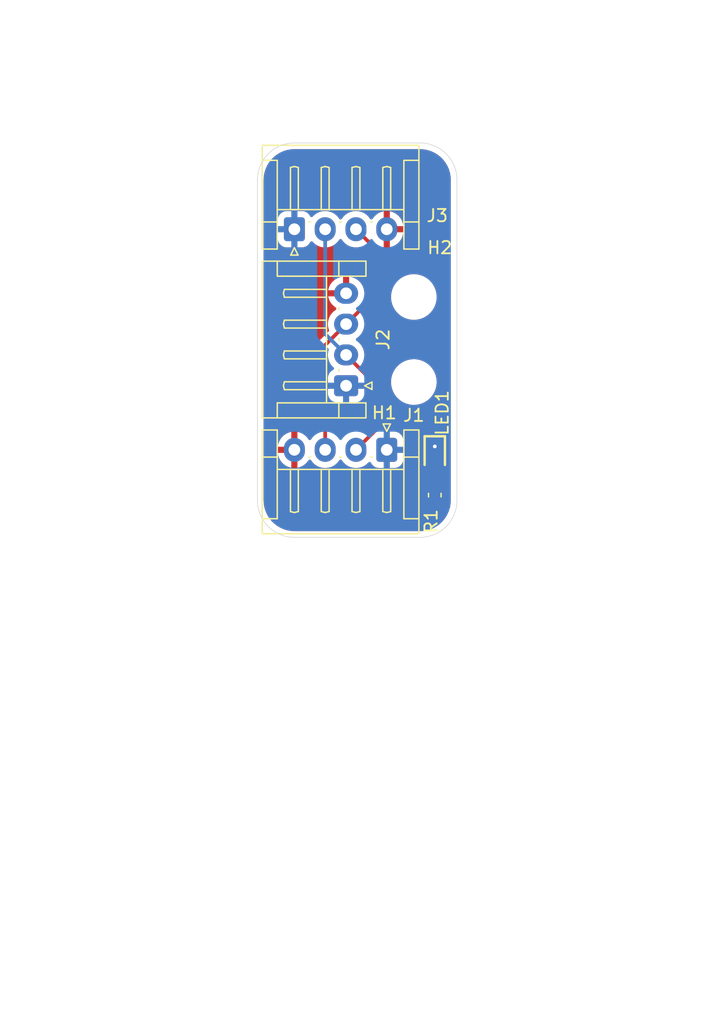
<source format=kicad_pcb>
(kicad_pcb (version 20241229) (generator "pcbnew") (generator_version "9.0")
  (layers (0 "F.Cu" signal) (2 "B.Cu" signal) (13 "F.Paste" user) (15 "B.Paste" user) (5 "F.SilkS" user "F.Silkscreen") (7 "B.SilkS" user "B.Silkscreen") (1 "F.Mask" user) (3 "B.Mask" user) (25 "Edge.Cuts" user))
  (net 0 "")
  (net 1 "GND")
  (net 2 "/PWR_LED")
  (net 3 "+5V")
  (net 4 "/CANL")
  (net 5 "/CANH")
  (footprint "MountingHole:MountingHole_3.2mm_M3" (layer "F.Cu") (at 109.2 90.9)
    (property "Reference" "H1" (at -2.4 2.5 180) (layer "F.SilkS"))
    (property "Value" "M3")
    (pad "" np_thru_hole circle (at 0 0) (size 3.2 3.2) (drill 3.2) (layers "*.Cu" "*.Mask"))
  )
  (footprint "Connector_JST:JST_EH_S4B-EH_1x04_P2.50mm_Horizontal" (layer "F.Cu") (at 107 96.4 180)
    (property "Reference" "J1" (at -2.2 2.8 0) (layer "F.SilkS"))
    (property "Value" "Conn_01x04_Socket")
    (fp_line (start 10.11 1.61) (end 8.89 1.61) (stroke (width 0.12)) (layer "F.SilkS"))
    (fp_line (start 10.11 -5.59) (end 8.89 -5.59) (stroke (width 0.12)) (layer "F.SilkS"))
    (fp_line (start 10.11 -6.81) (end 10.11 1.61) (stroke (width 0.12)) (layer "F.SilkS"))
    (fp_line (start 8.89 1.61) (end 8.89 -0.59) (stroke (width 0.12)) (layer "F.SilkS"))
    (fp_line (start 8.89 -0.59) (end 10.11 -0.59) (stroke (width 0.12)) (layer "F.SilkS"))
    (fp_line (start 8.89 -5.59) (end 8.89 -0.59) (stroke (width 0.12)) (layer "F.SilkS"))
    (fp_line (start 7.82 -1.59) (end 7.5 -1.59) (stroke (width 0.12)) (layer "F.SilkS"))
    (fp_line (start 7.82 -5.01) (end 7.82 -1.59) (stroke (width 0.12)) (layer "F.SilkS"))
    (fp_line (start 7.5 -1.59) (end 7.18 -1.59) (stroke (width 0.12)) (layer "F.SilkS"))
    (fp_line (start 7.5 -5.09) (end 7.82 -5.01) (stroke (width 0.12)) (layer "F.SilkS"))
    (fp_line (start 7.18 -1.59) (end 7.18 -5.01) (stroke (width 0.12)) (layer "F.SilkS"))
    (fp_line (start 7.18 -5.01) (end 7.5 -5.09) (stroke (width 0.12)) (layer "F.SilkS"))
    (fp_line (start 6.17 -0.59) (end 6.33 -0.59) (stroke (width 0.12)) (layer "F.SilkS"))
    (fp_line (start 5.32 -1.59) (end 5 -1.59) (stroke (width 0.12)) (layer "F.SilkS"))
    (fp_line (start 5.32 -5.01) (end 5.32 -1.59) (stroke (width 0.12)) (layer "F.SilkS"))
    (fp_line (start 5 -1.59) (end 4.68 -1.59) (stroke (width 0.12)) (layer "F.SilkS"))
    (fp_line (start 5 -5.09) (end 5.32 -5.01) (stroke (width 0.12)) (layer "F.SilkS"))
    (fp_line (start 4.68 -1.59) (end 4.68 -5.01) (stroke (width 0.12)) (layer "F.SilkS"))
    (fp_line (start 4.68 -5.01) (end 5 -5.09) (stroke (width 0.12)) (layer "F.SilkS"))
    (fp_line (start 3.67 -0.59) (end 3.83 -0.59) (stroke (width 0.12)) (layer "F.SilkS"))
    (fp_line (start 2.82 -1.59) (end 2.5 -1.59) (stroke (width 0.12)) (layer "F.SilkS"))
    (fp_line (start 2.82 -5.01) (end 2.82 -1.59) (stroke (width 0.12)) (layer "F.SilkS"))
    (fp_line (start 2.5 -1.59) (end 2.18 -1.59) (stroke (width 0.12)) (layer "F.SilkS"))
    (fp_line (start 2.5 -5.09) (end 2.82 -5.01) (stroke (width 0.12)) (layer "F.SilkS"))
    (fp_line (start 2.18 -1.59) (end 2.18 -5.01) (stroke (width 0.12)) (layer "F.SilkS"))
    (fp_line (start 2.18 -5.01) (end 2.5 -5.09) (stroke (width 0.12)) (layer "F.SilkS"))
    (fp_line (start 1.17 -0.59) (end 1.33 -0.59) (stroke (width 0.12)) (layer "F.SilkS"))
    (fp_line (start 0.32 -1.59) (end 0 -1.59) (stroke (width 0.12)) (layer "F.SilkS"))
    (fp_line (start 0.32 -5.01) (end 0.32 -1.59) (stroke (width 0.12)) (layer "F.SilkS"))
    (fp_line (start 0.3 2.1) (end 0 1.5) (stroke (width 0.12)) (layer "F.SilkS"))
    (fp_line (start 0 1.5) (end -0.3 2.1) (stroke (width 0.12)) (layer "F.SilkS"))
    (fp_line (start 0 -1.59) (end -0.32 -1.59) (stroke (width 0.12)) (layer "F.SilkS"))
    (fp_line (start 0 -5.09) (end 0.32 -5.01) (stroke (width 0.12)) (layer "F.SilkS"))
    (fp_line (start -0.3 2.1) (end 0.3 2.1) (stroke (width 0.12)) (layer "F.SilkS"))
    (fp_line (start -0.32 -1.59) (end -0.32 -5.01) (stroke (width 0.12)) (layer "F.SilkS"))
    (fp_line (start -0.32 -5.01) (end 0 -5.09) (stroke (width 0.12)) (layer "F.SilkS"))
    (fp_line (start -1.39 1.61) (end -2.61 1.61) (stroke (width 0.12)) (layer "F.SilkS"))
    (fp_line (start -1.39 -0.59) (end -1.39 1.61) (stroke (width 0.12)) (layer "F.SilkS"))
    (fp_line (start -1.39 -0.59) (end -2.61 -0.59) (stroke (width 0.12)) (layer "F.SilkS"))
    (fp_line (start -1.39 -1.59) (end 8.89 -1.59) (stroke (width 0.12)) (layer "F.SilkS"))
    (fp_line (start -1.39 -5.59) (end -1.39 -0.59) (stroke (width 0.12)) (layer "F.SilkS"))
    (fp_line (start -2.61 1.61) (end -2.61 -6.81) (stroke (width 0.12)) (layer "F.SilkS"))
    (fp_line (start -2.61 -5.59) (end -1.39 -5.59) (stroke (width 0.12)) (layer "F.SilkS"))
    (fp_line (start -2.61 -6.81) (end 10.11 -6.81) (stroke (width 0.12)) (layer "F.SilkS"))
    (pad "1" thru_hole roundrect (at 0 0 180) (size 1.7 1.95) (drill 0.95) (layers "*.Cu" "*.Mask") (roundrect_rratio 0.147059) (net 1 "GND"))
    (pad "2" thru_hole oval (at 2.5 0 180) (size 1.7 1.95) (drill 0.95) (layers "*.Cu" "*.Mask") (net 5 "/CANH"))
    (pad "3" thru_hole oval (at 5 0 180) (size 1.7 1.95) (drill 0.95) (layers "*.Cu" "*.Mask") (net 4 "/CANL"))
    (pad "4" thru_hole oval (at 7.5 0 180) (size 1.7 1.95) (drill 0.95) (layers "*.Cu" "*.Mask") (net 3 "+5V"))
  )
  (footprint "Capacitor_SMD:C_0603_1608Metric" (layer "F.Cu") (at 110.9 100.075 -90)
    (property "Reference" "R1" (at 2.125 0.3 90) (layer "F.SilkS"))
    (property "Value" "220")
    (fp_line (start -0.14058 0.51) (end 0.14058 0.51) (stroke (width 0.12)) (layer "F.SilkS"))
    (fp_line (start -0.14058 -0.51) (end 0.14058 -0.51) (stroke (width 0.12)) (layer "F.SilkS"))
    (pad "1" smd roundrect (at -0.775 0 270) (size 0.9 0.95) (layers "F.Cu" "F.Mask" "F.Paste") (net 2 "/PWR_LED"))
    (pad "2" smd roundrect (at 0.775 0 270) (size 0.9 0.95) (layers "F.Cu" "F.Mask" "F.Paste") (net 3 "+5V"))
  )
  (footprint "Connector_JST:JST_EH_S4B-EH_1x04_P2.50mm_Horizontal" (layer "F.Cu") (at 103.7 91.2 90)
    (property "Reference" "J2" (at 3.75 3 90) (layer "F.SilkS"))
    (property "Value" "Conn_01x04_Socket")
    (fp_line (start 10.11 -6.81) (end 10.11 1.61) (stroke (width 0.12)) (layer "F.SilkS"))
    (fp_line (start -2.61 -6.81) (end 10.11 -6.81) (stroke (width 0.12)) (layer "F.SilkS"))
    (fp_line (start 10.11 -5.59) (end 8.89 -5.59) (stroke (width 0.12)) (layer "F.SilkS"))
    (fp_line (start 8.89 -5.59) (end 8.89 -0.59) (stroke (width 0.12)) (layer "F.SilkS"))
    (fp_line (start -1.39 -5.59) (end -1.39 -0.59) (stroke (width 0.12)) (layer "F.SilkS"))
    (fp_line (start -2.61 -5.59) (end -1.39 -5.59) (stroke (width 0.12)) (layer "F.SilkS"))
    (fp_line (start 7.5 -5.09) (end 7.82 -5.01) (stroke (width 0.12)) (layer "F.SilkS"))
    (fp_line (start 5 -5.09) (end 5.32 -5.01) (stroke (width 0.12)) (layer "F.SilkS"))
    (fp_line (start 2.5 -5.09) (end 2.82 -5.01) (stroke (width 0.12)) (layer "F.SilkS"))
    (fp_line (start 0 -5.09) (end 0.32 -5.01) (stroke (width 0.12)) (layer "F.SilkS"))
    (fp_line (start 7.82 -5.01) (end 7.82 -1.59) (stroke (width 0.12)) (layer "F.SilkS"))
    (fp_line (start 7.18 -5.01) (end 7.5 -5.09) (stroke (width 0.12)) (layer "F.SilkS"))
    (fp_line (start 5.32 -5.01) (end 5.32 -1.59) (stroke (width 0.12)) (layer "F.SilkS"))
    (fp_line (start 4.68 -5.01) (end 5 -5.09) (stroke (width 0.12)) (layer "F.SilkS"))
    (fp_line (start 2.82 -5.01) (end 2.82 -1.59) (stroke (width 0.12)) (layer "F.SilkS"))
    (fp_line (start 2.18 -5.01) (end 2.5 -5.09) (stroke (width 0.12)) (layer "F.SilkS"))
    (fp_line (start 0.32 -5.01) (end 0.32 -1.59) (stroke (width 0.12)) (layer "F.SilkS"))
    (fp_line (start -0.32 -5.01) (end 0 -5.09) (stroke (width 0.12)) (layer "F.SilkS"))
    (fp_line (start 7.82 -1.59) (end 7.5 -1.59) (stroke (width 0.12)) (layer "F.SilkS"))
    (fp_line (start 7.5 -1.59) (end 7.18 -1.59) (stroke (width 0.12)) (layer "F.SilkS"))
    (fp_line (start 7.18 -1.59) (end 7.18 -5.01) (stroke (width 0.12)) (layer "F.SilkS"))
    (fp_line (start 5.32 -1.59) (end 5 -1.59) (stroke (width 0.12)) (layer "F.SilkS"))
    (fp_line (start 5 -1.59) (end 4.68 -1.59) (stroke (width 0.12)) (layer "F.SilkS"))
    (fp_line (start 4.68 -1.59) (end 4.68 -5.01) (stroke (width 0.12)) (layer "F.SilkS"))
    (fp_line (start 2.82 -1.59) (end 2.5 -1.59) (stroke (width 0.12)) (layer "F.SilkS"))
    (fp_line (start 2.5 -1.59) (end 2.18 -1.59) (stroke (width 0.12)) (layer "F.SilkS"))
    (fp_line (start 2.18 -1.59) (end 2.18 -5.01) (stroke (width 0.12)) (layer "F.SilkS"))
    (fp_line (start 0.32 -1.59) (end 0 -1.59) (stroke (width 0.12)) (layer "F.SilkS"))
    (fp_line (start 0 -1.59) (end -0.32 -1.59) (stroke (width 0.12)) (layer "F.SilkS"))
    (fp_line (start -0.32 -1.59) (end -0.32 -5.01) (stroke (width 0.12)) (layer "F.SilkS"))
    (fp_line (start -1.39 -1.59) (end 8.89 -1.59) (stroke (width 0.12)) (layer "F.SilkS"))
    (fp_line (start 8.89 -0.59) (end 10.11 -0.59) (stroke (width 0.12)) (layer "F.SilkS"))
    (fp_line (start 6.17 -0.59) (end 6.33 -0.59) (stroke (width 0.12)) (layer "F.SilkS"))
    (fp_line (start 3.67 -0.59) (end 3.83 -0.59) (stroke (width 0.12)) (layer "F.SilkS"))
    (fp_line (start 1.17 -0.59) (end 1.33 -0.59) (stroke (width 0.12)) (layer "F.SilkS"))
    (fp_line (start -1.39 -0.59) (end -2.61 -0.59) (stroke (width 0.12)) (layer "F.SilkS"))
    (fp_line (start -1.39 -0.59) (end -1.39 1.61) (stroke (width 0.12)) (layer "F.SilkS"))
    (fp_line (start 0 1.5) (end -0.3 2.1) (stroke (width 0.12)) (layer "F.SilkS"))
    (fp_line (start 10.11 1.61) (end 8.89 1.61) (stroke (width 0.12)) (layer "F.SilkS"))
    (fp_line (start 8.89 1.61) (end 8.89 -0.59) (stroke (width 0.12)) (layer "F.SilkS"))
    (fp_line (start -1.39 1.61) (end -2.61 1.61) (stroke (width 0.12)) (layer "F.SilkS"))
    (fp_line (start -2.61 1.61) (end -2.61 -6.81) (stroke (width 0.12)) (layer "F.SilkS"))
    (fp_line (start 0.3 2.1) (end 0 1.5) (stroke (width 0.12)) (layer "F.SilkS"))
    (fp_line (start -0.3 2.1) (end 0.3 2.1) (stroke (width 0.12)) (layer "F.SilkS"))
    (pad "1" thru_hole roundrect (at 0 0 90) (size 1.7 1.95) (drill 0.95) (layers "*.Cu" "*.Mask") (roundrect_rratio 0.147059) (net 1 "GND"))
    (pad "2" thru_hole oval (at 2.5 0 90) (size 1.7 1.95) (drill 0.95) (layers "*.Cu" "*.Mask") (net 5 "/CANH"))
    (pad "3" thru_hole oval (at 5 0 90) (size 1.7 1.95) (drill 0.95) (layers "*.Cu" "*.Mask") (net 4 "/CANL"))
    (pad "4" thru_hole oval (at 7.5 0 90) (size 1.7 1.95) (drill 0.95) (layers "*.Cu" "*.Mask") (net 3 "+5V"))
  )
  (footprint "MountingHole:MountingHole_3.2mm_M3" (layer "F.Cu") (at 109.2 84)
    (property "Reference" "H2" (at 2.1 -4 180) (layer "F.SilkS"))
    (property "Value" "M3")
    (pad "" np_thru_hole circle (at 0 0) (size 3.2 3.2) (drill 3.2) (layers "*.Cu" "*.Mask"))
  )
  (footprint "SDM_MiscFootprint:LEDC1608X80N" (layer "F.Cu") (at 110.9 96.875 -90)
    (property "Reference" "LED1" (at -3.475 -0.6 90) (layer "F.SilkS"))
    (property "Value" "150060RS75000" (hide yes))
    (fp_line (start -1.575 0.825) (end 0.75 0.825) (stroke (width 0.2)) (layer "F.SilkS"))
    (fp_line (start -1.575 -0.825) (end -1.575 0.825) (stroke (width 0.2)) (layer "F.SilkS"))
    (fp_line (start 0.75 -0.825) (end -1.575 -0.825) (stroke (width 0.2)) (layer "F.SilkS"))
    (pad "1" smd rect (at -0.75 0) (size 0.95 0.95) (layers "F.Cu" "F.Mask" "F.Paste") (net 1 "GND"))
    (pad "2" smd rect (at 0.75 0) (size 0.95 0.95) (layers "F.Cu" "F.Mask" "F.Paste") (net 2 "/PWR_LED"))
  )
  (footprint "Connector_JST:JST_EH_S4B-EH_1x04_P2.50mm_Horizontal" (layer "F.Cu") (at 99.5 78.5)
    (property "Reference" "J3" (at 11.6 -1.1 0) (layer "F.SilkS"))
    (property "Value" "Conn_01x04_Socket")
    (fp_line (start -2.61 -6.81) (end 10.11 -6.81) (stroke (width 0.12)) (layer "F.SilkS"))
    (fp_line (start -2.61 -5.59) (end -1.39 -5.59) (stroke (width 0.12)) (layer "F.SilkS"))
    (fp_line (start -2.61 1.61) (end -2.61 -6.81) (stroke (width 0.12)) (layer "F.SilkS"))
    (fp_line (start -1.39 -5.59) (end -1.39 -0.59) (stroke (width 0.12)) (layer "F.SilkS"))
    (fp_line (start -1.39 -1.59) (end 8.89 -1.59) (stroke (width 0.12)) (layer "F.SilkS"))
    (fp_line (start -1.39 -0.59) (end -2.61 -0.59) (stroke (width 0.12)) (layer "F.SilkS"))
    (fp_line (start -1.39 -0.59) (end -1.39 1.61) (stroke (width 0.12)) (layer "F.SilkS"))
    (fp_line (start -1.39 1.61) (end -2.61 1.61) (stroke (width 0.12)) (layer "F.SilkS"))
    (fp_line (start -0.32 -5.01) (end 0 -5.09) (stroke (width 0.12)) (layer "F.SilkS"))
    (fp_line (start -0.32 -1.59) (end -0.32 -5.01) (stroke (width 0.12)) (layer "F.SilkS"))
    (fp_line (start -0.3 2.1) (end 0.3 2.1) (stroke (width 0.12)) (layer "F.SilkS"))
    (fp_line (start 0 -5.09) (end 0.32 -5.01) (stroke (width 0.12)) (layer "F.SilkS"))
    (fp_line (start 0 -1.59) (end -0.32 -1.59) (stroke (width 0.12)) (layer "F.SilkS"))
    (fp_line (start 0 1.5) (end -0.3 2.1) (stroke (width 0.12)) (layer "F.SilkS"))
    (fp_line (start 0.3 2.1) (end 0 1.5) (stroke (width 0.12)) (layer "F.SilkS"))
    (fp_line (start 0.32 -5.01) (end 0.32 -1.59) (stroke (width 0.12)) (layer "F.SilkS"))
    (fp_line (start 0.32 -1.59) (end 0 -1.59) (stroke (width 0.12)) (layer "F.SilkS"))
    (fp_line (start 1.17 -0.59) (end 1.33 -0.59) (stroke (width 0.12)) (layer "F.SilkS"))
    (fp_line (start 2.18 -5.01) (end 2.5 -5.09) (stroke (width 0.12)) (layer "F.SilkS"))
    (fp_line (start 2.18 -1.59) (end 2.18 -5.01) (stroke (width 0.12)) (layer "F.SilkS"))
    (fp_line (start 2.5 -5.09) (end 2.82 -5.01) (stroke (width 0.12)) (layer "F.SilkS"))
    (fp_line (start 2.5 -1.59) (end 2.18 -1.59) (stroke (width 0.12)) (layer "F.SilkS"))
    (fp_line (start 2.82 -5.01) (end 2.82 -1.59) (stroke (width 0.12)) (layer "F.SilkS"))
    (fp_line (start 2.82 -1.59) (end 2.5 -1.59) (stroke (width 0.12)) (layer "F.SilkS"))
    (fp_line (start 3.67 -0.59) (end 3.83 -0.59) (stroke (width 0.12)) (layer "F.SilkS"))
    (fp_line (start 4.68 -5.01) (end 5 -5.09) (stroke (width 0.12)) (layer "F.SilkS"))
    (fp_line (start 4.68 -1.59) (end 4.68 -5.01) (stroke (width 0.12)) (layer "F.SilkS"))
    (fp_line (start 5 -5.09) (end 5.32 -5.01) (stroke (width 0.12)) (layer "F.SilkS"))
    (fp_line (start 5 -1.59) (end 4.68 -1.59) (stroke (width 0.12)) (layer "F.SilkS"))
    (fp_line (start 5.32 -5.01) (end 5.32 -1.59) (stroke (width 0.12)) (layer "F.SilkS"))
    (fp_line (start 5.32 -1.59) (end 5 -1.59) (stroke (width 0.12)) (layer "F.SilkS"))
    (fp_line (start 6.17 -0.59) (end 6.33 -0.59) (stroke (width 0.12)) (layer "F.SilkS"))
    (fp_line (start 7.18 -5.01) (end 7.5 -5.09) (stroke (width 0.12)) (layer "F.SilkS"))
    (fp_line (start 7.18 -1.59) (end 7.18 -5.01) (stroke (width 0.12)) (layer "F.SilkS"))
    (fp_line (start 7.5 -5.09) (end 7.82 -5.01) (stroke (width 0.12)) (layer "F.SilkS"))
    (fp_line (start 7.5 -1.59) (end 7.18 -1.59) (stroke (width 0.12)) (layer "F.SilkS"))
    (fp_line (start 7.82 -5.01) (end 7.82 -1.59) (stroke (width 0.12)) (layer "F.SilkS"))
    (fp_line (start 7.82 -1.59) (end 7.5 -1.59) (stroke (width 0.12)) (layer "F.SilkS"))
    (fp_line (start 8.89 -5.59) (end 8.89 -0.59) (stroke (width 0.12)) (layer "F.SilkS"))
    (fp_line (start 8.89 -0.59) (end 10.11 -0.59) (stroke (width 0.12)) (layer "F.SilkS"))
    (fp_line (start 8.89 1.61) (end 8.89 -0.59) (stroke (width 0.12)) (layer "F.SilkS"))
    (fp_line (start 10.11 -6.81) (end 10.11 1.61) (stroke (width 0.12)) (layer "F.SilkS"))
    (fp_line (start 10.11 -5.59) (end 8.89 -5.59) (stroke (width 0.12)) (layer "F.SilkS"))
    (fp_line (start 10.11 1.61) (end 8.89 1.61) (stroke (width 0.12)) (layer "F.SilkS"))
    (pad "1" thru_hole roundrect (at 0 0) (size 1.7 1.95) (drill 0.95) (layers "*.Cu" "*.Mask") (roundrect_rratio 0.147059) (net 1 "GND"))
    (pad "2" thru_hole oval (at 2.5 0) (size 1.7 1.95) (drill 0.95) (layers "*.Cu" "*.Mask") (net 5 "/CANH"))
    (pad "3" thru_hole oval (at 5 0) (size 1.7 1.95) (drill 0.95) (layers "*.Cu" "*.Mask") (net 4 "/CANL"))
    (pad "4" thru_hole oval (at 7.5 0) (size 1.7 1.95) (drill 0.95) (layers "*.Cu" "*.Mask") (net 3 "+5V"))
  )
  (gr_line (start 109.7 103.5) (end 99.5 103.5) (stroke (width 0.05)) (layer "Edge.Cuts"))
  (gr_line (start 96.5 100.5) (end 96.5 74.5) (stroke (width 0.05)) (layer "Edge.Cuts"))
  (gr_arc (start 96.5 74.5) (mid 97.37868 72.37868) (end 99.5 71.5) (stroke (width 0.05)) (layer "Edge.Cuts"))
  (gr_arc (start 99.5 103.5) (mid 97.37868 102.62132) (end 96.5 100.5) (stroke (width 0.05)) (layer "Edge.Cuts"))
  (gr_line (start 112.7 74.5) (end 112.7 100.5) (stroke (width 0.05)) (layer "Edge.Cuts"))
  (gr_line (start 99.5 71.5) (end 109.7 71.5) (stroke (width 0.05)) (layer "Edge.Cuts"))
  (gr_arc (start 112.7 100.5) (mid 111.82132 102.62132) (end 109.7 103.5) (stroke (width 0.05)) (layer "Edge.Cuts"))
  (gr_arc (start 109.7 71.5) (mid 111.82132 72.37868) (end 112.7 74.5) (stroke (width 0.05)) (layer "Edge.Cuts"))
  (via (at 110.9 96.125) (size 0.6) (drill 0.3) (layers "F.Cu" "B.Cu") (net 1))
  (segment (start 110.9 99.3) (end 110.9 97.625) (width 1) (layer "F.Cu") (net 2))
  (segment (start 104.5 78.5) (end 106.1 80.1) (width 0.3) (layer "F.Cu") (net 4))
  (segment (start 106.1 80.1) (end 106.1 83.8) (width 0.3) (layer "F.Cu") (net 4))
  (segment (start 102 96.4) (end 102 87.9) (width 0.3) (layer "F.Cu") (net 4))
  (segment (start 102 87.9) (end 103.7 86.2) (width 0.3) (layer "F.Cu") (net 4))
  (segment (start 103.7325 86.25) (end 103.95 86.25) (width 0.3) (layer "F.Cu") (net 4))
  (segment (start 106.1 83.8) (end 103.7 86.2) (width 0.3) (layer "F.Cu") (net 4))
  (segment (start 103.7 86.3) (end 103.7 86.2) (width 0.3) (layer "F.Cu") (net 4))
  (segment (start 106.1 91.1) (end 103.7 88.7) (width 0.3) (layer "F.Cu") (net 5))
  (segment (start 104.5 96.4) (end 106.1 94.8) (width 0.3) (layer "F.Cu") (net 5))
  (segment (start 106.1 94.8) (end 106.1 91.1) (width 0.3) (layer "F.Cu") (net 5))
  (segment (start 102 78.5) (end 102 87) (width 0.3) (layer "B.Cu") (net 5))
  (segment (start 102 87) (end 103.7 88.7) (width 0.3) (layer "B.Cu") (net 5))
  (zone (net 3) (net_name "+5V") (layer "F.Cu") (connect_pads (clearance 0.5)) (min_thickness 0.25) (fill yes (thermal_gap 0.5) (thermal_bridge_width 0.5))
    (polygon (pts (xy 84.2 68) (xy 124.1 68) (xy 124.1 135.6) (xy 85.7 135.6)))
  )
  (zone (net 1) (net_name "GND") (layer "B.Cu") (priority 1) (connect_pads (clearance 0.5)) (min_thickness 0.25) (fill yes (thermal_gap 0.5) (thermal_bridge_width 0.5))
    (polygon (pts (xy 75.6 59.9) (xy 134.3 59.9) (xy 134.3 143) (xy 78.4 143)))
  )
)
</source>
